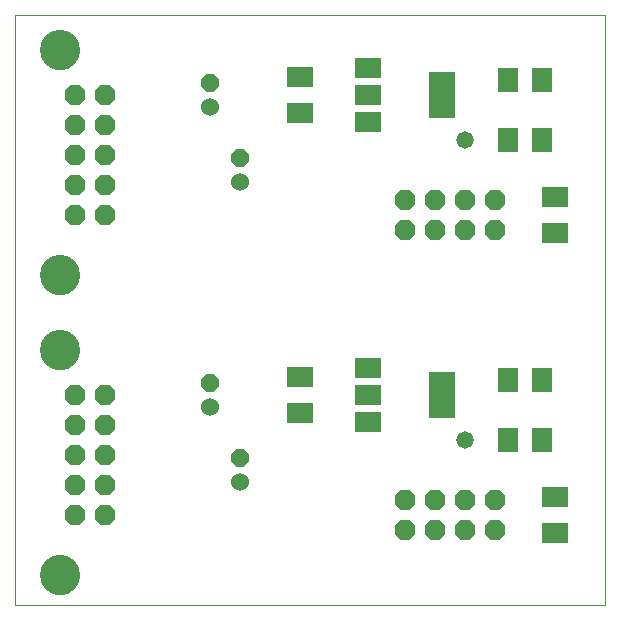
<source format=gts>
G75*
%MOIN*%
%OFA0B0*%
%FSLAX24Y24*%
%IPPOS*%
%LPD*%
%AMOC8*
5,1,8,0,0,1.08239X$1,22.5*
%
%ADD10C,0.0000*%
%ADD11C,0.1340*%
%ADD12OC8,0.0680*%
%ADD13R,0.0867X0.0671*%
%ADD14R,0.0867X0.1576*%
%ADD15OC8,0.0600*%
%ADD16C,0.0600*%
%ADD17R,0.0710X0.0790*%
%ADD18C,0.0580*%
D10*
X000100Y000100D02*
X000100Y019785D01*
X019785Y019785D01*
X019785Y000100D01*
X000100Y000100D01*
X000970Y001100D02*
X000972Y001150D01*
X000978Y001200D01*
X000988Y001249D01*
X001002Y001297D01*
X001019Y001344D01*
X001040Y001389D01*
X001065Y001433D01*
X001093Y001474D01*
X001125Y001513D01*
X001159Y001550D01*
X001196Y001584D01*
X001236Y001614D01*
X001278Y001641D01*
X001322Y001665D01*
X001368Y001686D01*
X001415Y001702D01*
X001463Y001715D01*
X001513Y001724D01*
X001562Y001729D01*
X001613Y001730D01*
X001663Y001727D01*
X001712Y001720D01*
X001761Y001709D01*
X001809Y001694D01*
X001855Y001676D01*
X001900Y001654D01*
X001943Y001628D01*
X001984Y001599D01*
X002023Y001567D01*
X002059Y001532D01*
X002091Y001494D01*
X002121Y001454D01*
X002148Y001411D01*
X002171Y001367D01*
X002190Y001321D01*
X002206Y001273D01*
X002218Y001224D01*
X002226Y001175D01*
X002230Y001125D01*
X002230Y001075D01*
X002226Y001025D01*
X002218Y000976D01*
X002206Y000927D01*
X002190Y000879D01*
X002171Y000833D01*
X002148Y000789D01*
X002121Y000746D01*
X002091Y000706D01*
X002059Y000668D01*
X002023Y000633D01*
X001984Y000601D01*
X001943Y000572D01*
X001900Y000546D01*
X001855Y000524D01*
X001809Y000506D01*
X001761Y000491D01*
X001712Y000480D01*
X001663Y000473D01*
X001613Y000470D01*
X001562Y000471D01*
X001513Y000476D01*
X001463Y000485D01*
X001415Y000498D01*
X001368Y000514D01*
X001322Y000535D01*
X001278Y000559D01*
X001236Y000586D01*
X001196Y000616D01*
X001159Y000650D01*
X001125Y000687D01*
X001093Y000726D01*
X001065Y000767D01*
X001040Y000811D01*
X001019Y000856D01*
X001002Y000903D01*
X000988Y000951D01*
X000978Y001000D01*
X000972Y001050D01*
X000970Y001100D01*
X000970Y008600D02*
X000972Y008650D01*
X000978Y008700D01*
X000988Y008749D01*
X001002Y008797D01*
X001019Y008844D01*
X001040Y008889D01*
X001065Y008933D01*
X001093Y008974D01*
X001125Y009013D01*
X001159Y009050D01*
X001196Y009084D01*
X001236Y009114D01*
X001278Y009141D01*
X001322Y009165D01*
X001368Y009186D01*
X001415Y009202D01*
X001463Y009215D01*
X001513Y009224D01*
X001562Y009229D01*
X001613Y009230D01*
X001663Y009227D01*
X001712Y009220D01*
X001761Y009209D01*
X001809Y009194D01*
X001855Y009176D01*
X001900Y009154D01*
X001943Y009128D01*
X001984Y009099D01*
X002023Y009067D01*
X002059Y009032D01*
X002091Y008994D01*
X002121Y008954D01*
X002148Y008911D01*
X002171Y008867D01*
X002190Y008821D01*
X002206Y008773D01*
X002218Y008724D01*
X002226Y008675D01*
X002230Y008625D01*
X002230Y008575D01*
X002226Y008525D01*
X002218Y008476D01*
X002206Y008427D01*
X002190Y008379D01*
X002171Y008333D01*
X002148Y008289D01*
X002121Y008246D01*
X002091Y008206D01*
X002059Y008168D01*
X002023Y008133D01*
X001984Y008101D01*
X001943Y008072D01*
X001900Y008046D01*
X001855Y008024D01*
X001809Y008006D01*
X001761Y007991D01*
X001712Y007980D01*
X001663Y007973D01*
X001613Y007970D01*
X001562Y007971D01*
X001513Y007976D01*
X001463Y007985D01*
X001415Y007998D01*
X001368Y008014D01*
X001322Y008035D01*
X001278Y008059D01*
X001236Y008086D01*
X001196Y008116D01*
X001159Y008150D01*
X001125Y008187D01*
X001093Y008226D01*
X001065Y008267D01*
X001040Y008311D01*
X001019Y008356D01*
X001002Y008403D01*
X000988Y008451D01*
X000978Y008500D01*
X000972Y008550D01*
X000970Y008600D01*
X000970Y011100D02*
X000972Y011150D01*
X000978Y011200D01*
X000988Y011249D01*
X001002Y011297D01*
X001019Y011344D01*
X001040Y011389D01*
X001065Y011433D01*
X001093Y011474D01*
X001125Y011513D01*
X001159Y011550D01*
X001196Y011584D01*
X001236Y011614D01*
X001278Y011641D01*
X001322Y011665D01*
X001368Y011686D01*
X001415Y011702D01*
X001463Y011715D01*
X001513Y011724D01*
X001562Y011729D01*
X001613Y011730D01*
X001663Y011727D01*
X001712Y011720D01*
X001761Y011709D01*
X001809Y011694D01*
X001855Y011676D01*
X001900Y011654D01*
X001943Y011628D01*
X001984Y011599D01*
X002023Y011567D01*
X002059Y011532D01*
X002091Y011494D01*
X002121Y011454D01*
X002148Y011411D01*
X002171Y011367D01*
X002190Y011321D01*
X002206Y011273D01*
X002218Y011224D01*
X002226Y011175D01*
X002230Y011125D01*
X002230Y011075D01*
X002226Y011025D01*
X002218Y010976D01*
X002206Y010927D01*
X002190Y010879D01*
X002171Y010833D01*
X002148Y010789D01*
X002121Y010746D01*
X002091Y010706D01*
X002059Y010668D01*
X002023Y010633D01*
X001984Y010601D01*
X001943Y010572D01*
X001900Y010546D01*
X001855Y010524D01*
X001809Y010506D01*
X001761Y010491D01*
X001712Y010480D01*
X001663Y010473D01*
X001613Y010470D01*
X001562Y010471D01*
X001513Y010476D01*
X001463Y010485D01*
X001415Y010498D01*
X001368Y010514D01*
X001322Y010535D01*
X001278Y010559D01*
X001236Y010586D01*
X001196Y010616D01*
X001159Y010650D01*
X001125Y010687D01*
X001093Y010726D01*
X001065Y010767D01*
X001040Y010811D01*
X001019Y010856D01*
X001002Y010903D01*
X000988Y010951D01*
X000978Y011000D01*
X000972Y011050D01*
X000970Y011100D01*
X000970Y018600D02*
X000972Y018650D01*
X000978Y018700D01*
X000988Y018749D01*
X001002Y018797D01*
X001019Y018844D01*
X001040Y018889D01*
X001065Y018933D01*
X001093Y018974D01*
X001125Y019013D01*
X001159Y019050D01*
X001196Y019084D01*
X001236Y019114D01*
X001278Y019141D01*
X001322Y019165D01*
X001368Y019186D01*
X001415Y019202D01*
X001463Y019215D01*
X001513Y019224D01*
X001562Y019229D01*
X001613Y019230D01*
X001663Y019227D01*
X001712Y019220D01*
X001761Y019209D01*
X001809Y019194D01*
X001855Y019176D01*
X001900Y019154D01*
X001943Y019128D01*
X001984Y019099D01*
X002023Y019067D01*
X002059Y019032D01*
X002091Y018994D01*
X002121Y018954D01*
X002148Y018911D01*
X002171Y018867D01*
X002190Y018821D01*
X002206Y018773D01*
X002218Y018724D01*
X002226Y018675D01*
X002230Y018625D01*
X002230Y018575D01*
X002226Y018525D01*
X002218Y018476D01*
X002206Y018427D01*
X002190Y018379D01*
X002171Y018333D01*
X002148Y018289D01*
X002121Y018246D01*
X002091Y018206D01*
X002059Y018168D01*
X002023Y018133D01*
X001984Y018101D01*
X001943Y018072D01*
X001900Y018046D01*
X001855Y018024D01*
X001809Y018006D01*
X001761Y017991D01*
X001712Y017980D01*
X001663Y017973D01*
X001613Y017970D01*
X001562Y017971D01*
X001513Y017976D01*
X001463Y017985D01*
X001415Y017998D01*
X001368Y018014D01*
X001322Y018035D01*
X001278Y018059D01*
X001236Y018086D01*
X001196Y018116D01*
X001159Y018150D01*
X001125Y018187D01*
X001093Y018226D01*
X001065Y018267D01*
X001040Y018311D01*
X001019Y018356D01*
X001002Y018403D01*
X000988Y018451D01*
X000978Y018500D01*
X000972Y018550D01*
X000970Y018600D01*
D11*
X001600Y018600D03*
X001600Y011100D03*
X001600Y008600D03*
X001600Y001100D03*
D12*
X002100Y003100D03*
X002100Y004100D03*
X002100Y005100D03*
X002100Y006100D03*
X002100Y007100D03*
X003100Y007100D03*
X003100Y006100D03*
X003100Y005100D03*
X003100Y004100D03*
X003100Y003100D03*
X003100Y013100D03*
X003100Y014100D03*
X003100Y015100D03*
X003100Y016100D03*
X003100Y017100D03*
X002100Y017100D03*
X002100Y016100D03*
X002100Y015100D03*
X002100Y014100D03*
X002100Y013100D03*
X013100Y012600D03*
X013100Y013600D03*
X014100Y013600D03*
X014100Y012600D03*
X015100Y012600D03*
X015100Y013600D03*
X016100Y013600D03*
X016100Y012600D03*
X016100Y003600D03*
X016100Y002600D03*
X015100Y002600D03*
X015100Y003600D03*
X014100Y003600D03*
X014100Y002600D03*
X013100Y002600D03*
X013100Y003600D03*
D13*
X011860Y006194D03*
X011860Y007100D03*
X011860Y008006D03*
X009600Y007691D03*
X009600Y006509D03*
X018100Y003691D03*
X018100Y002509D03*
X018100Y012509D03*
X018100Y013691D03*
X011860Y016194D03*
X011860Y017100D03*
X011860Y018006D03*
X009600Y017691D03*
X009600Y016509D03*
D14*
X014340Y017100D03*
X014340Y007100D03*
D15*
X007600Y005000D03*
X006600Y007500D03*
X007600Y015000D03*
X006600Y017500D03*
D16*
X006600Y016700D03*
X007600Y014200D03*
X006600Y006700D03*
X007600Y004200D03*
D17*
X016540Y005600D03*
X017660Y005600D03*
X017660Y007600D03*
X016540Y007600D03*
X016540Y015600D03*
X017660Y015600D03*
X017660Y017600D03*
X016540Y017600D03*
D18*
X015100Y015600D03*
X015100Y005600D03*
M02*

</source>
